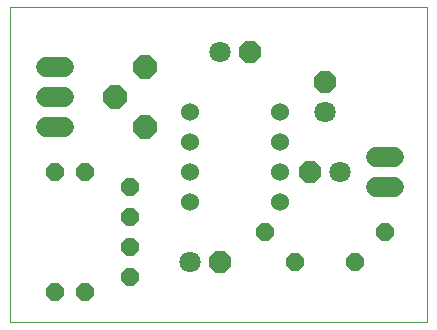
<source format=gbs>
G75*
%MOIN*%
%OFA0B0*%
%FSLAX25Y25*%
%IPPOS*%
%LPD*%
%AMOC8*
5,1,8,0,0,1.08239X$1,22.5*
%
%ADD10C,0.00000*%
%ADD11OC8,0.06000*%
%ADD12OC8,0.07100*%
%ADD13C,0.07100*%
%ADD14C,0.06000*%
%ADD15C,0.06800*%
%ADD16OC8,0.07800*%
D10*
X0001800Y0001800D02*
X0001800Y0106761D01*
X0140501Y0106761D01*
X0140501Y0001800D01*
X0001800Y0001800D01*
D11*
X0016800Y0011800D03*
X0026800Y0011800D03*
X0041800Y0016800D03*
X0041800Y0026800D03*
X0041800Y0036800D03*
X0041800Y0046800D03*
X0026800Y0051800D03*
X0016800Y0051800D03*
X0086800Y0031800D03*
X0096800Y0021800D03*
X0116800Y0021800D03*
X0126800Y0031800D03*
D12*
X0101800Y0051800D03*
X0071800Y0021800D03*
X0106800Y0081800D03*
X0081800Y0091800D03*
D13*
X0071800Y0091800D03*
X0106800Y0071800D03*
X0111800Y0051800D03*
X0061800Y0021800D03*
D14*
X0061800Y0041800D03*
X0061800Y0051800D03*
X0061800Y0061800D03*
X0061800Y0071800D03*
X0091800Y0071800D03*
X0091800Y0061800D03*
X0091800Y0051800D03*
X0091800Y0041800D03*
D15*
X0123800Y0046800D02*
X0129800Y0046800D01*
X0129800Y0056800D02*
X0123800Y0056800D01*
X0019800Y0066800D02*
X0013800Y0066800D01*
X0013800Y0076800D02*
X0019800Y0076800D01*
X0019800Y0086800D02*
X0013800Y0086800D01*
D16*
X0036800Y0076800D03*
X0046800Y0066800D03*
X0046800Y0086800D03*
M02*

</source>
